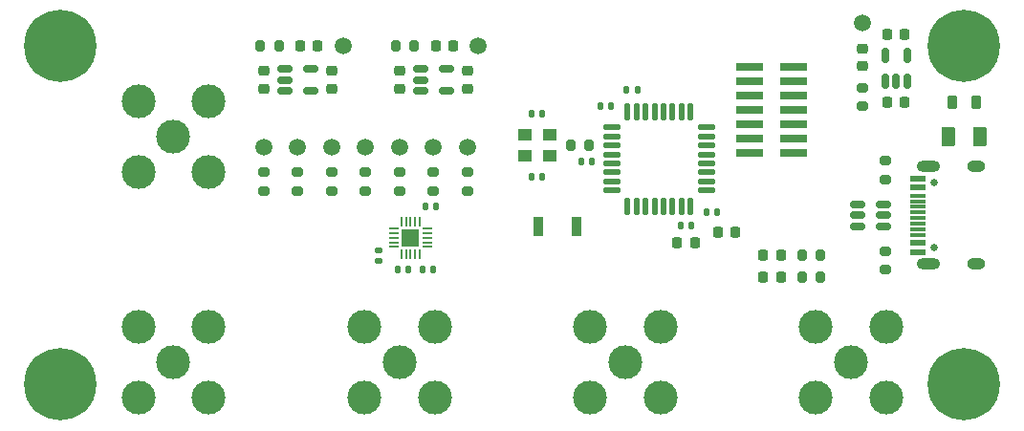
<source format=gbr>
%TF.GenerationSoftware,KiCad,Pcbnew,7.0.1*%
%TF.CreationDate,2023-05-30T08:19:09+02:00*%
%TF.ProjectId,test_SGTL5000,74657374-5f53-4475-944c-353030302e6b,rev?*%
%TF.SameCoordinates,Original*%
%TF.FileFunction,Soldermask,Top*%
%TF.FilePolarity,Negative*%
%FSLAX46Y46*%
G04 Gerber Fmt 4.6, Leading zero omitted, Abs format (unit mm)*
G04 Created by KiCad (PCBNEW 7.0.1) date 2023-05-30 08:19:09*
%MOMM*%
%LPD*%
G01*
G04 APERTURE LIST*
G04 Aperture macros list*
%AMRoundRect*
0 Rectangle with rounded corners*
0 $1 Rounding radius*
0 $2 $3 $4 $5 $6 $7 $8 $9 X,Y pos of 4 corners*
0 Add a 4 corners polygon primitive as box body*
4,1,4,$2,$3,$4,$5,$6,$7,$8,$9,$2,$3,0*
0 Add four circle primitives for the rounded corners*
1,1,$1+$1,$2,$3*
1,1,$1+$1,$4,$5*
1,1,$1+$1,$6,$7*
1,1,$1+$1,$8,$9*
0 Add four rect primitives between the rounded corners*
20,1,$1+$1,$2,$3,$4,$5,0*
20,1,$1+$1,$4,$5,$6,$7,0*
20,1,$1+$1,$6,$7,$8,$9,0*
20,1,$1+$1,$8,$9,$2,$3,0*%
G04 Aperture macros list end*
%ADD10C,1.500000*%
%ADD11RoundRect,0.050000X0.050000X-0.375000X0.050000X0.375000X-0.050000X0.375000X-0.050000X-0.375000X0*%
%ADD12RoundRect,0.050000X0.375000X-0.050000X0.375000X0.050000X-0.375000X0.050000X-0.375000X-0.050000X0*%
%ADD13R,1.650000X1.650000*%
%ADD14RoundRect,0.200000X-0.275000X0.200000X-0.275000X-0.200000X0.275000X-0.200000X0.275000X0.200000X0*%
%ADD15RoundRect,0.218750X0.256250X-0.218750X0.256250X0.218750X-0.256250X0.218750X-0.256250X-0.218750X0*%
%ADD16RoundRect,0.225000X-0.250000X0.225000X-0.250000X-0.225000X0.250000X-0.225000X0.250000X0.225000X0*%
%ADD17RoundRect,0.250000X-0.375000X-0.625000X0.375000X-0.625000X0.375000X0.625000X-0.375000X0.625000X0*%
%ADD18C,0.800000*%
%ADD19C,6.400000*%
%ADD20RoundRect,0.150000X-0.512500X-0.150000X0.512500X-0.150000X0.512500X0.150000X-0.512500X0.150000X0*%
%ADD21RoundRect,0.200000X0.275000X-0.200000X0.275000X0.200000X-0.275000X0.200000X-0.275000X-0.200000X0*%
%ADD22RoundRect,0.140000X-0.140000X-0.170000X0.140000X-0.170000X0.140000X0.170000X-0.140000X0.170000X0*%
%ADD23RoundRect,0.218750X0.218750X0.256250X-0.218750X0.256250X-0.218750X-0.256250X0.218750X-0.256250X0*%
%ADD24RoundRect,0.140000X-0.170000X0.140000X-0.170000X-0.140000X0.170000X-0.140000X0.170000X0.140000X0*%
%ADD25RoundRect,0.218750X0.218750X0.381250X-0.218750X0.381250X-0.218750X-0.381250X0.218750X-0.381250X0*%
%ADD26RoundRect,0.225000X-0.225000X-0.250000X0.225000X-0.250000X0.225000X0.250000X-0.225000X0.250000X0*%
%ADD27RoundRect,0.200000X0.200000X0.275000X-0.200000X0.275000X-0.200000X-0.275000X0.200000X-0.275000X0*%
%ADD28C,3.000000*%
%ADD29RoundRect,0.140000X0.140000X0.170000X-0.140000X0.170000X-0.140000X-0.170000X0.140000X-0.170000X0*%
%ADD30RoundRect,0.200000X-0.200000X-0.275000X0.200000X-0.275000X0.200000X0.275000X-0.200000X0.275000X0*%
%ADD31C,0.650000*%
%ADD32R,1.450000X0.600000*%
%ADD33R,1.450000X0.300000*%
%ADD34O,2.100000X1.000000*%
%ADD35O,1.600000X1.000000*%
%ADD36RoundRect,0.150000X0.150000X-0.512500X0.150000X0.512500X-0.150000X0.512500X-0.150000X-0.512500X0*%
%ADD37R,2.400000X0.740000*%
%ADD38R,1.300000X1.000000*%
%ADD39RoundRect,0.218750X-0.218750X-0.256250X0.218750X-0.256250X0.218750X0.256250X-0.218750X0.256250X0*%
%ADD40RoundRect,0.125000X-0.625000X-0.125000X0.625000X-0.125000X0.625000X0.125000X-0.625000X0.125000X0*%
%ADD41RoundRect,0.125000X-0.125000X-0.625000X0.125000X-0.625000X0.125000X0.625000X-0.125000X0.625000X0*%
%ADD42R,0.900000X1.700000*%
%ADD43RoundRect,0.135000X0.135000X0.185000X-0.135000X0.185000X-0.135000X-0.185000X0.135000X-0.185000X0*%
G04 APERTURE END LIST*
D10*
%TO.C,TP105*%
X47000000Y-59000000D03*
%TD*%
%TO.C,TP502*%
X91000000Y-48000000D03*
%TD*%
D11*
%TO.C,U301*%
X50200000Y-68450000D03*
X50600000Y-68450000D03*
X51000000Y-68450000D03*
X51400000Y-68450000D03*
X51800000Y-68450000D03*
D12*
X52450000Y-67800000D03*
X52450000Y-67400000D03*
X52450000Y-67000000D03*
X52450000Y-66600000D03*
X52450000Y-66200000D03*
D11*
X51800000Y-65550000D03*
X51400000Y-65550000D03*
X51000000Y-65550000D03*
X50600000Y-65550000D03*
X50200000Y-65550000D03*
D12*
X49550000Y-66200000D03*
X49550000Y-66600000D03*
X49550000Y-67000000D03*
X49550000Y-67400000D03*
X49550000Y-67800000D03*
D13*
X51000000Y-67000000D03*
%TD*%
D14*
%TO.C,JP105*%
X47000000Y-61175000D03*
X47000000Y-62825000D03*
%TD*%
%TO.C,JP102*%
X50000000Y-61175000D03*
X50000000Y-62825000D03*
%TD*%
D15*
%TO.C,D502*%
X91000000Y-51787500D03*
X91000000Y-50212500D03*
%TD*%
D14*
%TO.C,R402*%
X93000000Y-68175000D03*
X93000000Y-69825000D03*
%TD*%
D16*
%TO.C,C506*%
X44000000Y-52225000D03*
X44000000Y-53775000D03*
%TD*%
D17*
%TO.C,F501*%
X98600000Y-58000000D03*
X101400000Y-58000000D03*
%TD*%
D18*
%TO.C,H101*%
X97600000Y-50000000D03*
X98302944Y-48302944D03*
X98302944Y-51697056D03*
X100000000Y-47600000D03*
D19*
X100000000Y-50000000D03*
D18*
X100000000Y-52400000D03*
X101697056Y-48302944D03*
X101697056Y-51697056D03*
X102400000Y-50000000D03*
%TD*%
D20*
%TO.C,U401*%
X90562500Y-64050000D03*
X90562500Y-65000000D03*
X90562500Y-65950000D03*
X92837500Y-65950000D03*
X92837500Y-65000000D03*
X92837500Y-64050000D03*
%TD*%
D21*
%TO.C,R401*%
X93000000Y-61825000D03*
X93000000Y-60175000D03*
%TD*%
D22*
%TO.C,C207*%
X74920000Y-65900000D03*
X75880000Y-65900000D03*
%TD*%
D10*
%TO.C,TP102*%
X50000000Y-59000000D03*
%TD*%
D20*
%TO.C,U501*%
X51862500Y-52050000D03*
X51862500Y-53000000D03*
X51862500Y-53950000D03*
X54137500Y-53950000D03*
X54137500Y-52050000D03*
%TD*%
D23*
%TO.C,D202*%
X83787500Y-70500000D03*
X82212500Y-70500000D03*
%TD*%
D24*
%TO.C,C303*%
X48200000Y-68120000D03*
X48200000Y-69080000D03*
%TD*%
D14*
%TO.C,R502*%
X91000000Y-53675000D03*
X91000000Y-55325000D03*
%TD*%
D25*
%TO.C,FB501*%
X101062500Y-55000000D03*
X98937500Y-55000000D03*
%TD*%
D10*
%TO.C,TP501*%
X57000000Y-50000000D03*
%TD*%
D26*
%TO.C,C204*%
X78225000Y-66500000D03*
X79775000Y-66500000D03*
%TD*%
D14*
%TO.C,JP101*%
X56000000Y-61175000D03*
X56000000Y-62825000D03*
%TD*%
D20*
%TO.C,U503*%
X39862500Y-52050000D03*
X39862500Y-53000000D03*
X39862500Y-53950000D03*
X42137500Y-53950000D03*
X42137500Y-52050000D03*
%TD*%
D10*
%TO.C,TP104*%
X44000000Y-59000000D03*
%TD*%
D27*
%TO.C,R501*%
X51325000Y-50000000D03*
X49675000Y-50000000D03*
%TD*%
D16*
%TO.C,C501*%
X50000000Y-52225000D03*
X50000000Y-53775000D03*
%TD*%
D26*
%TO.C,C208*%
X74625000Y-67400000D03*
X76175000Y-67400000D03*
%TD*%
D28*
%TO.C,J304*%
X70000000Y-78000000D03*
X66875000Y-74875000D03*
X66875000Y-81125000D03*
X73125000Y-74875000D03*
X73125000Y-81125000D03*
%TD*%
D29*
%TO.C,C203*%
X62680000Y-61600000D03*
X61720000Y-61600000D03*
%TD*%
D30*
%TO.C,R203*%
X65175000Y-58800000D03*
X66825000Y-58800000D03*
%TD*%
D26*
%TO.C,C502*%
X93225000Y-55000000D03*
X94775000Y-55000000D03*
%TD*%
D22*
%TO.C,C206*%
X77220000Y-64700000D03*
X78180000Y-64700000D03*
%TD*%
D31*
%TO.C,J401*%
X97400000Y-67890000D03*
X97400000Y-62110000D03*
D32*
X95955000Y-68250000D03*
X95955000Y-67450000D03*
D33*
X95955000Y-66250000D03*
X95955000Y-65250000D03*
X95955000Y-64750000D03*
X95955000Y-63750000D03*
D32*
X95955000Y-62550000D03*
X95955000Y-61750000D03*
X95955000Y-61750000D03*
X95955000Y-62550000D03*
D33*
X95955000Y-63250000D03*
X95955000Y-64250000D03*
X95955000Y-65750000D03*
X95955000Y-66750000D03*
D32*
X95955000Y-67450000D03*
X95955000Y-68250000D03*
D34*
X96870000Y-69320000D03*
D35*
X101050000Y-69320000D03*
D34*
X96870000Y-60680000D03*
D35*
X101050000Y-60680000D03*
%TD*%
D10*
%TO.C,TP106*%
X38000000Y-59000000D03*
%TD*%
D36*
%TO.C,U502*%
X93050000Y-53137500D03*
X94000000Y-53137500D03*
X94950000Y-53137500D03*
X94950000Y-50862500D03*
X93050000Y-50862500D03*
%TD*%
D37*
%TO.C,J201*%
X84950000Y-59510000D03*
X81050000Y-59510000D03*
X84950000Y-58240000D03*
X81050000Y-58240000D03*
X84950000Y-56970000D03*
X81050000Y-56970000D03*
X84950000Y-55700000D03*
X81050000Y-55700000D03*
X84950000Y-54430000D03*
X81050000Y-54430000D03*
X84950000Y-53160000D03*
X81050000Y-53160000D03*
X84950000Y-51890000D03*
X81050000Y-51890000D03*
%TD*%
D10*
%TO.C,TP107*%
X41000000Y-59000000D03*
%TD*%
D14*
%TO.C,JP103*%
X53000000Y-61175000D03*
X53000000Y-62825000D03*
%TD*%
D23*
%TO.C,D201*%
X83787500Y-68500000D03*
X82212500Y-68500000D03*
%TD*%
D30*
%TO.C,R201*%
X85675000Y-68500000D03*
X87325000Y-68500000D03*
%TD*%
D38*
%TO.C,Y201*%
X61100000Y-59700000D03*
X63300000Y-59700000D03*
X63300000Y-57900000D03*
X61100000Y-57900000D03*
%TD*%
D14*
%TO.C,JP104*%
X44000000Y-61175000D03*
X44000000Y-62825000D03*
%TD*%
D18*
%TO.C,H104*%
X17600000Y-50000000D03*
X18302944Y-48302944D03*
X18302944Y-51697056D03*
X20000000Y-47600000D03*
D19*
X20000000Y-50000000D03*
D18*
X20000000Y-52400000D03*
X21697056Y-48302944D03*
X21697056Y-51697056D03*
X22400000Y-50000000D03*
%TD*%
D22*
%TO.C,C302*%
X52320000Y-64200000D03*
X53280000Y-64200000D03*
%TD*%
D29*
%TO.C,C201*%
X67080000Y-60200000D03*
X66120000Y-60200000D03*
%TD*%
D39*
%TO.C,D503*%
X41212500Y-50000000D03*
X42787500Y-50000000D03*
%TD*%
D18*
%TO.C,H103*%
X17600000Y-80000000D03*
X18302944Y-78302944D03*
X18302944Y-81697056D03*
X20000000Y-77600000D03*
D19*
X20000000Y-80000000D03*
D18*
X20000000Y-82400000D03*
X21697056Y-78302944D03*
X21697056Y-81697056D03*
X22400000Y-80000000D03*
%TD*%
D22*
%TO.C,C202*%
X61720000Y-56000000D03*
X62680000Y-56000000D03*
%TD*%
D28*
%TO.C,J302*%
X30000000Y-78000000D03*
X26875000Y-74875000D03*
X26875000Y-81125000D03*
X33125000Y-74875000D03*
X33125000Y-81125000D03*
%TD*%
%TO.C,J303*%
X30000000Y-58000000D03*
X26875000Y-54875000D03*
X26875000Y-61125000D03*
X33125000Y-54875000D03*
X33125000Y-61125000D03*
%TD*%
D40*
%TO.C,U201*%
X68825000Y-57200000D03*
X68825000Y-58000000D03*
X68825000Y-58800000D03*
X68825000Y-59600000D03*
X68825000Y-60400000D03*
X68825000Y-61200000D03*
X68825000Y-62000000D03*
X68825000Y-62800000D03*
D41*
X70200000Y-64175000D03*
X71000000Y-64175000D03*
X71800000Y-64175000D03*
X72600000Y-64175000D03*
X73400000Y-64175000D03*
X74200000Y-64175000D03*
X75000000Y-64175000D03*
X75800000Y-64175000D03*
D40*
X77175000Y-62800000D03*
X77175000Y-62000000D03*
X77175000Y-61200000D03*
X77175000Y-60400000D03*
X77175000Y-59600000D03*
X77175000Y-58800000D03*
X77175000Y-58000000D03*
X77175000Y-57200000D03*
D41*
X75800000Y-55825000D03*
X75000000Y-55825000D03*
X74200000Y-55825000D03*
X73400000Y-55825000D03*
X72600000Y-55825000D03*
X71800000Y-55825000D03*
X71000000Y-55825000D03*
X70200000Y-55825000D03*
%TD*%
D16*
%TO.C,C504*%
X56000000Y-52225000D03*
X56000000Y-53775000D03*
%TD*%
D42*
%TO.C,SW201*%
X62300000Y-66000000D03*
X65700000Y-66000000D03*
%TD*%
D16*
%TO.C,C503*%
X38000000Y-52225000D03*
X38000000Y-53775000D03*
%TD*%
D14*
%TO.C,JP107*%
X41000000Y-61175000D03*
X41000000Y-62825000D03*
%TD*%
D10*
%TO.C,TP101*%
X56000000Y-59000000D03*
%TD*%
D26*
%TO.C,C505*%
X93225000Y-49000000D03*
X94775000Y-49000000D03*
%TD*%
D29*
%TO.C,C304*%
X50780000Y-69800000D03*
X49820000Y-69800000D03*
%TD*%
D22*
%TO.C,C205*%
X67820000Y-55300000D03*
X68780000Y-55300000D03*
%TD*%
D14*
%TO.C,JP106*%
X38000000Y-61175000D03*
X38000000Y-62825000D03*
%TD*%
D28*
%TO.C,J301*%
X50000000Y-78000000D03*
X46875000Y-74875000D03*
X46875000Y-81125000D03*
X53125000Y-74875000D03*
X53125000Y-81125000D03*
%TD*%
D27*
%TO.C,R503*%
X39325000Y-50000000D03*
X37675000Y-50000000D03*
%TD*%
D10*
%TO.C,TP503*%
X45000000Y-50000000D03*
%TD*%
D30*
%TO.C,R202*%
X85675000Y-70500000D03*
X87325000Y-70500000D03*
%TD*%
D28*
%TO.C,J305*%
X90000000Y-78000000D03*
X86875000Y-74875000D03*
X86875000Y-81125000D03*
X93125000Y-74875000D03*
X93125000Y-81125000D03*
%TD*%
D18*
%TO.C,H102*%
X97600000Y-80000000D03*
X98302944Y-78302944D03*
X98302944Y-81697056D03*
X100000000Y-77600000D03*
D19*
X100000000Y-80000000D03*
D18*
X100000000Y-82400000D03*
X101697056Y-78302944D03*
X101697056Y-81697056D03*
X102400000Y-80000000D03*
%TD*%
D22*
%TO.C,C301*%
X52020000Y-69800000D03*
X52980000Y-69800000D03*
%TD*%
D43*
%TO.C,R204*%
X71110000Y-53900000D03*
X70090000Y-53900000D03*
%TD*%
D39*
%TO.C,D501*%
X53212500Y-50000000D03*
X54787500Y-50000000D03*
%TD*%
D10*
%TO.C,TP103*%
X53000000Y-59000000D03*
%TD*%
M02*

</source>
